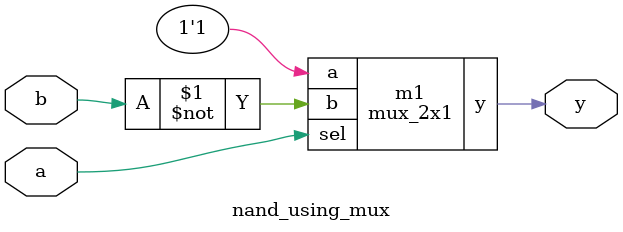
<source format=v>
`timescale 1ns / 1ps

module mux_2x1(
    input a, b, sel, 
    output y);
    assign y = (a & ~sel) | (b & sel);
endmodule
                    
module nand_using_mux(
    input a, b, 
    output y);
    mux_2x1 m1(1'b1,~b,a,y);
endmodule





</source>
